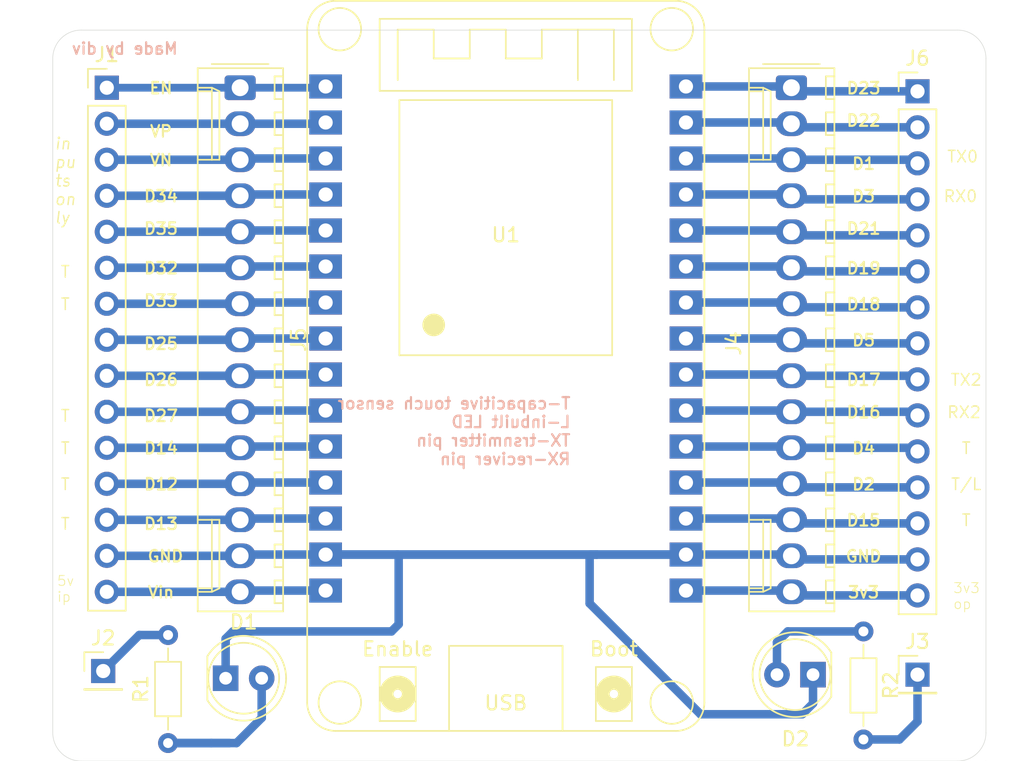
<source format=kicad_pcb>
(kicad_pcb (version 20240108) (generator "pcbnew") (generator_version "8.0")
  (layers (0 "F.Cu" signal "Front") (31 "B.Cu" signal "Back") (34 "B.Paste" user) (35 "F.Paste" user) (36 "B.SilkS" user "B.Silkscreen") (37 "F.SilkS" user "F.Silkscreen") (38 "B.Mask" user) (39 "F.Mask" user) (44 "Edge.Cuts" user))
  (net 0 "")
  (net 1 "Net-(J1-Pin_1)")
  (net 2 "Net-(J1-Pin_4)")
  (net 3 "Net-(J1-Pin_15)")
  (net 4 "Net-(J1-Pin_3)")
  (net 5 "Net-(J1-Pin_13)")
  (net 6 "Net-(J1-Pin_7)")
  (net 7 "Net-(J1-Pin_2)")
  (net 8 "Net-(J1-Pin_11)")
  (net 9 "Net-(J1-Pin_9)")
  (net 10 "Net-(J1-Pin_10)")
  (net 11 "GND")
  (net 12 "Net-(J1-Pin_12)")
  (net 13 "Net-(J1-Pin_6)")
  (net 14 "Net-(J1-Pin_5)")
  (net 15 "Net-(J1-Pin_8)")
  (net 16 "Net-(D1-A)")
  (net 17 "Net-(J4-Pin_9)")
  (net 18 "Net-(J4-Pin_3)")
  (net 19 "Net-(J4-Pin_6)")
  (net 20 "Net-(J4-Pin_11)")
  (net 21 "Net-(J4-Pin_13)")
  (net 22 "Net-(J4-Pin_4)")
  (net 23 "Net-(J4-Pin_15)")
  (net 24 "Net-(J4-Pin_5)")
  (net 25 "Net-(J4-Pin_2)")
  (net 26 "Net-(J4-Pin_10)")
  (net 27 "Net-(J4-Pin_7)")
  (net 28 "Net-(J4-Pin_8)")
  (net 29 "Net-(J4-Pin_12)")
  (net 30 "Net-(J4-Pin_1)")
  (net 31 "Net-(D2-A)")
  (net 32 "Net-(J2-Pin_1)")
  (net 33 "Net-(J3-Pin_1)")
  (footprint "Connector_PinHeader_2.54mm:PinHeader_1x01_P2.54mm_Vertical" (layer "F.Cu") (at 255.524 81.28)
    (property "Reference" "J3" (at 0 -2.33 0) (layer "F.SilkS"))
    (property "Value" "Conn_01x01_Pin")
    (pad "1" thru_hole rect (at 0 0) (size 1.7 1.7) (drill 1) (layers "*.Cu" "*.Mask") (net 33 "Net-(J3-Pin_1)"))
  )
  (footprint "Connector_PinHeader_2.54mm:PinHeader_1x01_P2.54mm_Vertical" (layer "F.Cu") (at 198.12 81.026)
    (property "Reference" "J2" (at 0 -2.33 0) (layer "F.SilkS"))
    (property "Value" "Conn_01x01_Pin")
    (pad "1" thru_hole rect (at 0 0) (size 1.7 1.7) (drill 1) (layers "*.Cu" "*.Mask") (net 32 "Net-(J2-Pin_1)"))
  )
  (footprint "Connector_Molex:Molex_KK-254_AE-6410-15A_1x15_P2.54mm_Vertical" (layer "F.Cu") (at 246.634 39.878 -90)
    (property "Reference" "J4" (at 18.034 4.064 90) (layer "F.SilkS"))
    (property "Value" "Conn_01x15_Pin")
    (pad "1" thru_hole roundrect (at 0 0 270) (size 1.74 2.19) (drill 1.19) (layers "*.Cu" "*.Mask") (roundrect_rratio 0.143678) (net 30 "Net-(J4-Pin_1)"))
    (pad "2" thru_hole oval (at 2.54 0 270) (size 1.74 2.19) (drill 1.19) (layers "*.Cu" "*.Mask") (net 25 "Net-(J4-Pin_2)"))
    (pad "3" thru_hole oval (at 5.08 0 270) (size 1.74 2.19) (drill 1.19) (layers "*.Cu" "*.Mask") (net 18 "Net-(J4-Pin_3)"))
    (pad "4" thru_hole oval (at 7.62 0 270) (size 1.74 2.19) (drill 1.19) (layers "*.Cu" "*.Mask") (net 22 "Net-(J4-Pin_4)"))
    (pad "5" thru_hole oval (at 10.16 0 270) (size 1.74 2.19) (drill 1.19) (layers "*.Cu" "*.Mask") (net 24 "Net-(J4-Pin_5)"))
    (pad "6" thru_hole oval (at 12.7 0 270) (size 1.74 2.19) (drill 1.19) (layers "*.Cu" "*.Mask") (net 19 "Net-(J4-Pin_6)"))
    (pad "7" thru_hole oval (at 15.24 0 270) (size 1.74 2.19) (drill 1.19) (layers "*.Cu" "*.Mask") (net 27 "Net-(J4-Pin_7)"))
    (pad "8" thru_hole oval (at 17.78 0 270) (size 1.74 2.19) (drill 1.19) (layers "*.Cu" "*.Mask") (net 28 "Net-(J4-Pin_8)"))
    (pad "9" thru_hole oval (at 20.32 0 270) (size 1.74 2.19) (drill 1.19) (layers "*.Cu" "*.Mask") (net 17 "Net-(J4-Pin_9)"))
    (pad "10" thru_hole oval (at 22.86 0 270) (size 1.74 2.19) (drill 1.19) (layers "*.Cu" "*.Mask") (net 26 "Net-(J4-Pin_10)"))
    (pad "11" thru_hole oval (at 25.4 0 270) (size 1.74 2.19) (drill 1.19) (layers "*.Cu" "*.Mask") (net 20 "Net-(J4-Pin_11)"))
    (pad "12" thru_hole oval (at 27.94 0 270) (size 1.74 2.19) (drill 1.19) (layers "*.Cu" "*.Mask") (net 29 "Net-(J4-Pin_12)"))
    (pad "13" thru_hole oval (at 30.48 0 270) (size 1.74 2.19) (drill 1.19) (layers "*.Cu" "*.Mask") (net 21 "Net-(J4-Pin_13)"))
    (pad "14" thru_hole oval (at 33.02 0 270) (size 1.74 2.19) (drill 1.19) (layers "*.Cu" "*.Mask") (net 11 "GND"))
    (pad "15" thru_hole oval (at 35.56 0 270) (size 1.74 2.19) (drill 1.19) (layers "*.Cu" "*.Mask") (net 23 "Net-(J4-Pin_15)"))
  )
  (footprint "esp32_devkit_v1_doit:esp32_devkit_v1_doit" (layer "F.Cu") (at 226.5 39.79)
    (property "Reference" "U1" (at 0 10.47 0) (layer "F.SilkS"))
    (property "Value" "ESP32_DevKit_V1_DOIT")
    (fp_text user "Enable" (at -7.62 39.68 0) (layer "F.SilkS"))
    (fp_text user "Boot" (at 7.62 39.68 0) (layer "F.SilkS"))
    (fp_text user "USB" (at 0 43.49 0) (layer "F.SilkS"))
    (pad "1" thru_hole rect (at -12.7 0) (size 2.3 1.7) (drill 1) (layers "*.Cu" "*.Mask") (net 1 "Net-(J1-Pin_1)"))
    (pad "2" thru_hole rect (at -12.7 2.54) (size 2.3 1.7) (drill 1) (layers "*.Cu" "*.Mask") (net 7 "Net-(J1-Pin_2)"))
    (pad "3" thru_hole rect (at -12.7 5.08) (size 2.3 1.7) (drill 1) (layers "*.Cu" "*.Mask") (net 4 "Net-(J1-Pin_3)"))
    (pad "4" thru_hole rect (at -12.7 7.62) (size 2.3 1.7) (drill 1) (layers "*.Cu" "*.Mask") (net 2 "Net-(J1-Pin_4)"))
    (pad "5" thru_hole rect (at -12.7 10.16) (size 2.3 1.7) (drill 1) (layers "*.Cu" "*.Mask") (net 14 "Net-(J1-Pin_5)"))
    (pad "6" thru_hole rect (at -12.7 12.7) (size 2.3 1.7) (drill 1) (layers "*.Cu" "*.Mask") (net 13 "Net-(J1-Pin_6)"))
    (pad "7" thru_hole rect (at -12.7 15.24) (size 2.3 1.7) (drill 1) (layers "*.Cu" "*.Mask") (net 6 "Net-(J1-Pin_7)"))
    (pad "8" thru_hole rect (at -12.7 17.78) (size 2.3 1.7) (drill 1) (layers "*.Cu" "*.Mask") (net 15 "Net-(J1-Pin_8)"))
    (pad "9" thru_hole rect (at -12.7 20.32) (size 2.3 1.7) (drill 1) (layers "*.Cu" "*.Mask") (net 9 "Net-(J1-Pin_9)"))
    (pad "10" thru_hole rect (at -12.7 22.86) (size 2.3 1.7) (drill 1) (layers "*.Cu" "*.Mask") (net 10 "Net-(J1-Pin_10)"))
    (pad "11" thru_hole rect (at -12.7 25.4) (size 2.3 1.7) (drill 1) (layers "*.Cu" "*.Mask") (net 8 "Net-(J1-Pin_11)"))
    (pad "12" thru_hole rect (at -12.7 27.94) (size 2.3 1.7) (drill 1) (layers "*.Cu" "*.Mask") (net 12 "Net-(J1-Pin_12)"))
    (pad "13" thru_hole rect (at -12.7 30.48) (size 2.3 1.7) (drill 1) (layers "*.Cu" "*.Mask") (net 5 "Net-(J1-Pin_13)"))
    (pad "14" thru_hole rect (at -12.7 33.02) (size 2.3 1.7) (drill 1) (layers "*.Cu" "*.Mask") (net 11 "GND"))
    (pad "15" thru_hole rect (at -12.7 35.56) (size 2.3 1.7) (drill 1) (layers "*.Cu" "*.Mask") (net 3 "Net-(J1-Pin_15)"))
    (pad "16" thru_hole rect (at 12.7 35.56) (size 2.3 1.7) (drill 1) (layers "*.Cu" "*.Mask") (net 23 "Net-(J4-Pin_15)"))
    (pad "17" thru_hole rect (at 12.7 33.02) (size 2.3 1.7) (drill 1) (layers "*.Cu" "*.Mask") (net 11 "GND"))
    (pad "18" thru_hole rect (at 12.7 30.48) (size 2.3 1.7) (drill 1) (layers "*.Cu" "*.Mask") (net 21 "Net-(J4-Pin_13)"))
    (pad "19" thru_hole rect (at 12.7 27.94) (size 2.3 1.7) (drill 1) (layers "*.Cu" "*.Mask") (net 29 "Net-(J4-Pin_12)"))
    (pad "20" thru_hole rect (at 12.7 25.4) (size 2.3 1.7) (drill 1) (layers "*.Cu" "*.Mask") (net 20 "Net-(J4-Pin_11)"))
    (pad "21" thru_hole rect (at 12.7 22.86) (size 2.3 1.7) (drill 1) (layers "*.Cu" "*.Mask") (net 26 "Net-(J4-Pin_10)"))
    (pad "22" thru_hole rect (at 12.7 20.32) (size 2.3 1.7) (drill 1) (layers "*.Cu" "*.Mask") (net 17 "Net-(J4-Pin_9)"))
    (pad "23" thru_hole rect (at 12.7 17.78) (size 2.3 1.7) (drill 1) (layers "*.Cu" "*.Mask") (net 28 "Net-(J4-Pin_8)"))
    (pad "24" thru_hole rect (at 12.7 15.24) (size 2.3 1.7) (drill 1) (layers "*.Cu" "*.Mask") (net 27 "Net-(J4-Pin_7)"))
    (pad "25" thru_hole rect (at 12.7 12.7) (size 2.3 1.7) (drill 1) (layers "*.Cu" "*.Mask") (net 19 "Net-(J4-Pin_6)"))
    (pad "26" thru_hole rect (at 12.7 10.16) (size 2.3 1.7) (drill 1) (layers "*.Cu" "*.Mask") (net 24 "Net-(J4-Pin_5)"))
    (pad "27" thru_hole rect (at 12.7 7.62) (size 2.3 1.7) (drill 1) (layers "*.Cu" "*.Mask") (net 22 "Net-(J4-Pin_4)"))
    (pad "28" thru_hole rect (at 12.7 5.08) (size 2.3 1.7) (drill 1) (layers "*.Cu" "*.Mask") (net 18 "Net-(J4-Pin_3)"))
    (pad "29" thru_hole rect (at 12.7 2.54) (size 2.3 1.7) (drill 1) (layers "*.Cu" "*.Mask") (net 25 "Net-(J4-Pin_2)"))
    (pad "30" thru_hole rect (at 12.7 0) (size 2.3 1.7) (drill 1) (layers "*.Cu" "*.Mask") (net 30 "Net-(J4-Pin_1)"))
  )
  (footprint "Resistor_THT:R_Axial_DIN0204_L3.6mm_D1.6mm_P7.62mm_Horizontal" (layer "F.Cu") (at 202.692 86.106 90)
    (property "Reference" "R1" (at 3.81 -1.92 90) (layer "F.SilkS"))
    (property "Value" "R")
    (pad "1" thru_hole circle (at 0 0 90) (size 1.4 1.4) (drill 0.7) (layers "*.Cu" "*.Mask") (net 16 "Net-(D1-A)"))
    (pad "2" thru_hole oval (at 7.62 0 90) (size 1.4 1.4) (drill 0.7) (layers "*.Cu" "*.Mask") (net 32 "Net-(J2-Pin_1)"))
  )
  (footprint "Connector_PinHeader_2.54mm:PinHeader_1x15_P2.54mm_Vertical" (layer "F.Cu") (at 198.374 39.878)
    (property "Reference" "J1" (at 0 -2.33 0) (layer "F.SilkS"))
    (property "Value" "Conn_01x15_Socket")
    (pad "1" thru_hole rect (at 0 0) (size 1.7 1.7) (drill 1) (layers "*.Cu" "*.Mask") (net 1 "Net-(J1-Pin_1)"))
    (pad "2" thru_hole oval (at 0 2.54) (size 1.7 1.7) (drill 1) (layers "*.Cu" "*.Mask") (net 7 "Net-(J1-Pin_2)"))
    (pad "3" thru_hole oval (at 0 5.08) (size 1.7 1.7) (drill 1) (layers "*.Cu" "*.Mask") (net 4 "Net-(J1-Pin_3)"))
    (pad "4" thru_hole oval (at 0 7.62) (size 1.7 1.7) (drill 1) (layers "*.Cu" "*.Mask") (net 2 "Net-(J1-Pin_4)"))
    (pad "5" thru_hole oval (at 0 10.16) (size 1.7 1.7) (drill 1) (layers "*.Cu" "*.Mask") (net 14 "Net-(J1-Pin_5)"))
    (pad "6" thru_hole oval (at 0 12.7) (size 1.7 1.7) (drill 1) (layers "*.Cu" "*.Mask") (net 13 "Net-(J1-Pin_6)"))
    (pad "7" thru_hole oval (at 0 15.24) (size 1.7 1.7) (drill 1) (layers "*.Cu" "*.Mask") (net 6 "Net-(J1-Pin_7)"))
    (pad "8" thru_hole oval (at 0 17.78) (size 1.7 1.7) (drill 1) (layers "*.Cu" "*.Mask") (net 15 "Net-(J1-Pin_8)"))
    (pad "9" thru_hole oval (at 0 20.32) (size 1.7 1.7) (drill 1) (layers "*.Cu" "*.Mask") (net 9 "Net-(J1-Pin_9)"))
    (pad "10" thru_hole oval (at 0 22.86) (size 1.7 1.7) (drill 1) (layers "*.Cu" "*.Mask") (net 10 "Net-(J1-Pin_10)"))
    (pad "11" thru_hole oval (at 0 25.4) (size 1.7 1.7) (drill 1) (layers "*.Cu" "*.Mask") (net 8 "Net-(J1-Pin_11)"))
    (pad "12" thru_hole oval (at 0 27.94) (size 1.7 1.7) (drill 1) (layers "*.Cu" "*.Mask") (net 12 "Net-(J1-Pin_12)"))
    (pad "13" thru_hole oval (at 0 30.48) (size 1.7 1.7) (drill 1) (layers "*.Cu" "*.Mask") (net 5 "Net-(J1-Pin_13)"))
    (pad "14" thru_hole oval (at 0 33.02) (size 1.7 1.7) (drill 1) (layers "*.Cu" "*.Mask") (net 11 "GND"))
    (pad "15" thru_hole oval (at 0 35.56) (size 1.7 1.7) (drill 1) (layers "*.Cu" "*.Mask") (net 3 "Net-(J1-Pin_15)"))
  )
  (footprint "Resistor_THT:R_Axial_DIN0204_L3.6mm_D1.6mm_P7.62mm_Horizontal" (layer "F.Cu") (at 251.714 78.232 -90)
    (property "Reference" "R2" (at 3.81 -1.92 90) (layer "F.SilkS"))
    (property "Value" "R")
    (pad "1" thru_hole circle (at 0 0 270) (size 1.4 1.4) (drill 0.7) (layers "*.Cu" "*.Mask") (net 31 "Net-(D2-A)"))
    (pad "2" thru_hole oval (at 7.62 0 270) (size 1.4 1.4) (drill 0.7) (layers "*.Cu" "*.Mask") (net 33 "Net-(J3-Pin_1)"))
  )
  (footprint "LED_THT:LED_D5.0mm_Clear" (layer "F.Cu") (at 206.751 81.534)
    (property "Reference" "D1" (at 1.27 -3.96 0) (layer "F.SilkS"))
    (property "Value" "LED")
    (pad "1" thru_hole rect (at 0 0) (size 1.8 1.8) (drill 0.9) (layers "*.Cu" "*.Mask") (net 11 "GND"))
    (pad "2" thru_hole circle (at 2.54 0) (size 1.8 1.8) (drill 0.9) (layers "*.Cu" "*.Mask") (net 16 "Net-(D1-A)"))
  )
  (footprint "Connector_Molex:Molex_KK-254_AE-6410-15A_1x15_P2.54mm_Vertical" (layer "F.Cu") (at 207.772 39.878 -90)
    (property "Reference" "J5" (at 17.78 -4.12 90) (layer "F.SilkS"))
    (property "Value" "Conn_01x15_Pin")
    (pad "1" thru_hole roundrect (at 0 0 270) (size 1.74 2.19) (drill 1.19) (layers "*.Cu" "*.Mask") (roundrect_rratio 0.143678) (net 1 "Net-(J1-Pin_1)"))
    (pad "2" thru_hole oval (at 2.54 0 270) (size 1.74 2.19) (drill 1.19) (layers "*.Cu" "*.Mask") (net 7 "Net-(J1-Pin_2)"))
    (pad "3" thru_hole oval (at 5.08 0 270) (size 1.74 2.19) (drill 1.19) (layers "*.Cu" "*.Mask") (net 4 "Net-(J1-Pin_3)"))
    (pad "4" thru_hole oval (at 7.62 0 270) (size 1.74 2.19) (drill 1.19) (layers "*.Cu" "*.Mask") (net 2 "Net-(J1-Pin_4)"))
    (pad "5" thru_hole oval (at 10.16 0 270) (size 1.74 2.19) (drill 1.19) (layers "*.Cu" "*.Mask") (net 14 "Net-(J1-Pin_5)"))
    (pad "6" thru_hole oval (at 12.7 0 270) (size 1.74 2.19) (drill 1.19) (layers "*.Cu" "*.Mask") (net 13 "Net-(J1-Pin_6)"))
    (pad "7" thru_hole oval (at 15.24 0 270) (size 1.74 2.19) (drill 1.19) (layers "*.Cu" "*.Mask") (net 6 "Net-(J1-Pin_7)"))
    (pad "8" thru_hole oval (at 17.78 0 270) (size 1.74 2.19) (drill 1.19) (layers "*.Cu" "*.Mask") (net 15 "Net-(J1-Pin_8)"))
    (pad "9" thru_hole oval (at 20.32 0 270) (size 1.74 2.19) (drill 1.19) (layers "*.Cu" "*.Mask") (net 9 "Net-(J1-Pin_9)"))
    (pad "10" thru_hole oval (at 22.86 0 270) (size 1.74 2.19) (drill 1.19) (layers "*.Cu" "*.Mask") (net 10 "Net-(J1-Pin_10)"))
    (pad "11" thru_hole oval (at 25.4 0 270) (size 1.74 2.19) (drill 1.19) (layers "*.Cu" "*.Mask") (net 8 "Net-(J1-Pin_11)"))
    (pad "12" thru_hole oval (at 27.94 0 270) (size 1.74 2.19) (drill 1.19) (layers "*.Cu" "*.Mask") (net 12 "Net-(J1-Pin_12)"))
    (pad "13" thru_hole oval (at 30.48 0 270) (size 1.74 2.19) (drill 1.19) (layers "*.Cu" "*.Mask") (net 5 "Net-(J1-Pin_13)"))
    (pad "14" thru_hole oval (at 33.02 0 270) (size 1.74 2.19) (drill 1.19) (layers "*.Cu" "*.Mask") (net 11 "GND"))
    (pad "15" thru_hole oval (at 35.56 0 270) (size 1.74 2.19) (drill 1.19) (layers "*.Cu" "*.Mask") (net 3 "Net-(J1-Pin_15)"))
  )
  (footprint "LED_THT:LED_D5.0mm_Clear" (layer "F.Cu") (at 248.158 81.28 180)
    (property "Reference" "D2" (at 1.239 -4.53 0) (layer "F.SilkS"))
    (property "Value" "LED")
    (pad "1" thru_hole rect (at 0 0 180) (size 1.8 1.8) (drill 0.9) (layers "*.Cu" "*.Mask") (net 11 "GND"))
    (pad "2" thru_hole circle (at 2.54 0 180) (size 1.8 1.8) (drill 0.9) (layers "*.Cu" "*.Mask") (net 31 "Net-(D2-A)"))
  )
  (footprint "Connector_PinHeader_2.54mm:PinHeader_1x15_P2.54mm_Vertical" (layer "F.Cu") (at 255.524 40.132)
    (property "Reference" "J6" (at 0 -2.33 0) (layer "F.SilkS"))
    (property "Value" "Conn_01x15_Socket")
    (pad "1" thru_hole rect (at 0 0) (size 1.7 1.7) (drill 1) (layers "*.Cu" "*.Mask") (net 30 "Net-(J4-Pin_1)"))
    (pad "2" thru_hole oval (at 0 2.54) (size 1.7 1.7) (drill 1) (layers "*.Cu" "*.Mask") (net 25 "Net-(J4-Pin_2)"))
    (pad "3" thru_hole oval (at 0 5.08) (size 1.7 1.7) (drill 1) (layers "*.Cu" "*.Mask") (net 18 "Net-(J4-Pin_3)"))
    (pad "4" thru_hole oval (at 0 7.62) (size 1.7 1.7) (drill 1) (layers "*.Cu" "*.Mask") (net 22 "Net-(J4-Pin_4)"))
    (pad "5" thru_hole oval (at 0 10.16) (size 1.7 1.7) (drill 1) (layers "*.Cu" "*.Mask") (net 24 "Net-(J4-Pin_5)"))
    (pad "6" thru_hole oval (at 0 12.7) (size 1.7 1.7) (drill 1) (layers "*.Cu" "*.Mask") (net 19 "Net-(J4-Pin_6)"))
    (pad "7" thru_hole oval (at 0 15.24) (size 1.7 1.7) (drill 1) (layers "*.Cu" "*.Mask") (net 27 "Net-(J4-Pin_7)"))
    (pad "8" thru_hole oval (at 0 17.78) (size 1.7 1.7) (drill 1) (layers "*.Cu" "*.Mask") (net 28 "Net-(J4-Pin_8)"))
    (pad "9" thru_hole oval (at 0 20.32) (size 1.7 1.7) (drill 1) (layers "*.Cu" "*.Mask") (net 17 "Net-(J4-Pin_9)"))
    (pad "10" thru_hole oval (at 0 22.86) (size 1.7 1.7) (drill 1) (layers "*.Cu" "*.Mask") (net 26 "Net-(J4-Pin_10)"))
    (pad "11" thru_hole oval (at 0 25.4) (size 1.7 1.7) (drill 1) (layers "*.Cu" "*.Mask") (net 20 "Net-(J4-Pin_11)"))
    (pad "12" thru_hole oval (at 0 27.94) (size 1.7 1.7) (drill 1) (layers "*.Cu" "*.Mask") (net 29 "Net-(J4-Pin_12)"))
    (pad "13" thru_hole oval (at 0 30.48) (size 1.7 1.7) (drill 1) (layers "*.Cu" "*.Mask") (net 21 "Net-(J4-Pin_13)"))
    (pad "14" thru_hole oval (at 0 33.02) (size 1.7 1.7) (drill 1) (layers "*.Cu" "*.Mask") (net 11 "GND"))
    (pad "15" thru_hole oval (at 0 35.56) (size 1.7 1.7) (drill 1) (layers "*.Cu" "*.Mask") (net 23 "Net-(J4-Pin_15)"))
  )
  (gr_arc (start 258.35 35.814) (mid 259.764214 36.399786) (end 260.35 37.814) (stroke (width 0.0381)) (layer "Edge.Cuts"))
  (gr_line (start 196.564 35.814) (end 258.35 35.814) (stroke (width 0.0381)) (layer "Edge.Cuts"))
  (gr_arc (start 194.564 37.814) (mid 195.149786 36.399786) (end 196.564 35.814) (stroke (width 0.0381)) (layer "Edge.Cuts"))
  (gr_line (start 196.564 87.376) (end 258.35 87.376) (stroke (width 0.0381)) (layer "Edge.Cuts"))
  (gr_line (start 260.35 87.376) (end 260.35 87.376) (stroke (width 0.0381)) (layer "Edge.Cuts"))
  (gr_line (start 260.35 37.814) (end 260.35 85.376) (stroke (width 0.0381)) (layer "Edge.Cuts"))
  (gr_arc (start 196.564 87.376) (mid 195.149786 86.790214) (end 194.564 85.376) (stroke (width 0.0381)) (layer "Edge.Cuts"))
  (gr_arc (start 260.35 85.376) (mid 259.764214 86.790214) (end 258.35 87.376) (stroke (width 0.0381)) (layer "Edge.Cuts"))
  (gr_line (start 194.564 85.376) (end 194.564 37.814) (stroke (width 0.0381)) (layer "Edge.Cuts"))
  (gr_text "Made by div" (at 203.454 37.592 0) (layer "B.SilkS") (effects (font (size 0.8128 0.8128) (thickness 0.1524) (bold yes)) (justify left bottom mirror)))
  (gr_text "T-capacitive touch sensor\nL-inbuilt LED\nTX-trsnmitter pin\nRX-reciver pin" (at 231.14 66.548 0) (layer "B.SilkS") (effects (font (size 0.8128 0.8128) (thickness 0.1524) (bold yes)) (justify left bottom mirror)))
  (gr_text "VN" (at 201.3204 45.466 0) (layer "F.SilkS") (effects (font (size 0.8128 0.8128) (thickness 0.1524) (bold yes)) (justify left bottom)))
  (gr_text "GND" (at 201.168 73.406 0) (layer "F.SilkS") (effects (font (size 0.8128 0.8128) (thickness 0.1524) (bold yes)) (justify left bottom)))
  (gr_text "D4\n" (at 250.831048 65.786 0) (layer "F.SilkS") (effects (font (size 0.8128 0.8128) (thickness 0.1524) (bold yes)) (justify left bottom)))
  (gr_text "EN" (at 201.301048 40.386 0) (layer "F.SilkS") (effects (font (size 0.8128 0.8128) (thickness 0.1524) (bold yes)) (justify left bottom)))
  (gr_text "Vin" (at 201.184933 75.946 0) (layer "F.SilkS") (effects (font (size 0.8128 0.8128) (thickness 0.1524) (bold yes)) (justify left bottom)))
  (gr_text "D26\n" (at 200.914 60.96 0) (layer "F.SilkS") (effects (font (size 0.8128 0.8128) (thickness 0.1524) (bold yes)) (justify left bottom)))
  (gr_text "D22" (at 250.444 42.672 0) (layer "F.SilkS") (effects (font (size 0.8128 0.8128) (thickness 0.1524) (bold yes)) (justify left bottom)))
  (gr_text "T" (at 195.072 53.34 0) (layer "F.SilkS") (effects (font (size 0.8128 0.8128) (thickness 0.1016)) (justify left bottom)))
  (gr_text "D12" (at 200.914 68.326 0) (layer "F.SilkS") (effects (font (size 0.8128 0.8128) (thickness 0.1524) (bold yes)) (justify left bottom)))
  (gr_text "D13" (at 200.914 71.12 0) (layer "F.SilkS") (effects (font (size 0.8128 0.8128) (thickness 0.1524) (bold yes)) (justify left bottom)))
  (gr_text "D18" (at 250.444 55.626 0) (layer "F.SilkS") (effects (font (size 0.8128 0.8128) (thickness 0.1524) (bold yes)) (justify left bottom)))
  (gr_text "D25" (at 200.914 58.42 0) (layer "F.SilkS") (effects (font (size 0.8128 0.8128) (thickness 0.1524) (bold yes)) (justify left bottom)))
  (gr_text "D3" (at 250.831048 48.006 0) (layer "F.SilkS") (effects (font (size 0.8128 0.8128) (thickness 0.1524) (bold yes)) (justify left bottom)))
  (gr_text "D17" (at 250.444 60.96 0) (layer "F.SilkS") (effects (font (size 0.8128 0.8128) (thickness 0.1524) (bold yes)) (justify left bottom)))
  (gr_text "in\npu\nts\non\nly" (at 194.646248 49.53 0) (layer "F.SilkS") (effects (font (size 0.8128 0.8128) (thickness 0.1016) (italic yes)) (justify left bottom)))
  (gr_text "T" (at 195.072 65.786 0) (layer "F.SilkS") (effects (font (size 0.8128 0.8128) (thickness 0.1016)) (justify left bottom)))
  (gr_text "T" (at 195.072 55.626 0) (layer "F.SilkS") (effects (font (size 0.8128 0.8128) (thickness 0.1016)) (justify left bottom)))
  (gr_text "D19" (at 250.444 53.086 0) (layer "F.SilkS") (effects (font (size 0.8128 0.8128) (thickness 0.1524) (bold yes)) (justify left bottom)))
  (gr_text "5v\nip" (at 194.829008 76.2 0) (layer "F.SilkS") (effects (font (size 0.7 0.7) (thickness 0.0625)) (justify left bottom)))
  (gr_text "TX0\n" (at 257.556 45.212 0) (layer "F.SilkS") (effects (font (size 0.8128 0.8128) (thickness 0.1016)) (justify left bottom)))
  (gr_text "D1" (at 250.831048 45.72 0) (layer "F.SilkS") (effects (font (size 0.8128 0.8128) (thickness 0.1524) (bold yes)) (justify left bottom)))
  (gr_text "D23" (at 250.444 40.386 0) (layer "F.SilkS") (effects (font (size 0.8128 0.8128) (thickness 0.1524) (bold yes)) (justify left bottom)))
  (gr_text "D34" (at 200.914 48.006 0) (layer "F.SilkS") (effects (font (size 0.8128 0.8128) (thickness 0.1524) (bold yes)) (justify left bottom)))
  (gr_text "GND" (at 250.385943 73.406 0) (layer "F.SilkS") (effects (font (size 0.8128 0.8128) (thickness 0.1524) (bold yes)) (justify left bottom)))
  (gr_text "D2\n" (at 250.831048 68.326 0) (layer "F.SilkS") (effects (font (size 0.8128 0.8128) (thickness 0.1524) (bold yes)) (justify left bottom)))
  (gr_text "D32" (at 200.914 53.086 0) (layer "F.SilkS") (effects (font (size 0.8128 0.8128) (thickness 0.1524) (bold yes)) (justify left bottom)))
  (gr_text "VP" (at 201.339752 43.434 0) (layer "F.SilkS") (effects (font (size 0.8128 0.8128) (thickness 0.1524) (bold yes)) (justify left bottom)))
  (gr_text "T" (at 195.072 68.326 0) (layer "F.SilkS") (effects (font (size 0.8128 0.8128) (thickness 0.1016)) (justify left bottom)))
  (gr_text "3v3\nop" (at 258.00777 76.708 0) (layer "F.SilkS") (effects (font (size 0.7 0.7) (thickness 0.0625)) (justify left bottom)))
  (gr_text "D27" (at 200.914 63.5 0) (layer "F.SilkS") (effects (font (size 0.8128 0.8128) (thickness 0.1524) (bold yes)) (justify left bottom)))
  (gr_text "T" (at 258.584095 65.786 0) (layer "F.SilkS") (effects (font (size 0.8128 0.8128) (thickness 0.1016)) (justify left bottom)))
  (gr_text "D16" (at 250.444 63.246 0) (layer "F.SilkS") (effects (font (size 0.8128 0.8128) (thickness 0.1524) (bold yes)) (justify left bottom)))
  (gr_text "D14" (at 200.914 65.786 0) (layer "F.SilkS") (effects (font (size 0.8128 0.8128) (thickness 0.1524) (bold yes)) (justify left bottom)))
  (gr_text "T" (at 195.072 71.12 0) (layer "F.SilkS") (effects (font (size 0.8128 0.8128) (thickness 0.1016)) (justify left bottom)))
  (gr_text "T/L" (at 257.829352 68.326 0) (layer "F.SilkS") (effects (font (size 0.8128 0.8128) (thickness 0.1016)) (justify left bottom)))
  (gr_text "D15\n" (at 250.444 70.866 0) (layer "F.SilkS") (effects (font (size 0.8128 0.8128) (thickness 0.1524) (bold yes)) (justify left bottom)))
  (gr_text "D33" (at 200.914 55.372 0) (layer "F.SilkS") (effects (font (size 0.8128 0.8128) (thickness 0.1524) (bold yes)) (justify left bottom)))
  (gr_text "D5\n" (at 250.831048 58.166 0) (layer "F.SilkS") (effects (font (size 0.8128 0.8128) (thickness 0.1524) (bold yes)) (justify left bottom)))
  (gr_text "D21" (at 250.444 50.292 0) (layer "F.SilkS") (effects (font (size 0.8128 0.8128) (thickness 0.1524) (bold yes)) (justify left bottom)))
  (gr_text "RX0\n" (at 257.302 48.006 0) (layer "F.SilkS") (effects (font (size 0.8128 0.8128) (thickness 0.1016)) (justify left bottom)))
  (gr_text "D35" (at 200.914 50.292 0) (layer "F.SilkS") (effects (font (size 0.8128 0.8128) (thickness 0.1524) (bold yes)) (justify left bottom)))
  (gr_text "RX2" (at 257.556 63.246 0) (layer "F.SilkS") (effects (font (size 0.8128 0.8128) (thickness 0.1016)) (justify left bottom)))
  (gr_text "T" (at 258.584095 70.866 0) (layer "F.SilkS") (effects (font (size 0.8128 0.8128) (thickness 0.1016)) (justify left bottom)))
  (gr_text "3v3\n" (at 250.540762 75.946 0) (layer "F.SilkS") (effects (font (size 0.8128 0.8128) (thickness 0.1524) (bold yes)) (justify left bottom)))
  (gr_text "T" (at 195.072 63.5 0) (layer "F.SilkS") (effects (font (size 0.8128 0.8128) (thickness 0.1016)) (justify left bottom)))
  (gr_text "TX2\n" (at 257.81 60.96 0) (layer "F.SilkS") (effects (font (size 0.8128 0.8128) (thickness 0.1016)) (justify left bottom)))
  (segment (start 207.772 39.878) (end 213.712 39.878) (width 0.55) (layer "B.Cu") (net 1))
  (segment (start 198.374 39.878) (end 207.772 39.878) (width 0.55) (layer "B.Cu") (net 1))
  (segment (start 213.712 39.878) (end 213.8 39.79) (width 0.55) (layer "B.Cu") (net 1))
  (segment (start 207.86 47.41) (end 207.772 47.498) (width 0.6) (layer "B.Cu") (net 2))
  (segment (start 213.8 47.41) (end 207.86 47.41) (width 0.6) (layer "B.Cu") (net 2))
  (segment (start 198.374 47.498) (end 207.772 47.498) (width 0.6) (layer "B.Cu") (net 2))
  (segment (start 213.8 75.35) (end 207.86 75.35) (width 0.6) (layer "B.Cu") (net 3))
  (segment (start 198.374 75.438) (end 207.772 75.438) (width 0.6) (layer "B.Cu") (net 3))
  (segment (start 207.86 75.35) (end 207.772 75.438) (width 0.6) (layer "B.Cu") (net 3))
  (segment (start 198.374 44.958) (end 207.772 44.958) (width 0.6) (layer "B.Cu") (net 4))
  (segment (start 207.86 44.87) (end 207.772 44.958) (width 0.6) (layer "B.Cu") (net 4))
  (segment (start 213.8 44.87) (end 207.86 44.87) (width 0.6) (layer "B.Cu") (net 4))
  (segment (start 198.374 70.358) (end 207.772 70.358) (width 0.6) (layer "B.Cu") (net 5))
  (segment (start 213.8 70.27) (end 207.86 70.27) (width 0.6) (layer "B.Cu") (net 5))
  (segment (start 207.86 70.27) (end 207.772 70.358) (width 0.6) (layer "B.Cu") (net 5))
  (segment (start 213.8 55.03) (end 207.86 55.03) (width 0.6) (layer "B.Cu") (net 6))
  (segment (start 207.86 55.03) (end 207.772 55.118) (width 0.6) (layer "B.Cu") (net 6))
  (segment (start 198.374 55.118) (end 207.772 55.118) (width 0.6) (layer "B.Cu") (net 6))
  (segment (start 213.712 42.418) (end 213.8 42.33) (width 0.6) (layer "B.Cu") (net 7))
  (segment (start 198.374 42.418) (end 207.772 42.418) (width 0.6) (layer "B.Cu") (net 7))
  (segment (start 207.772 42.418) (end 213.712 42.418) (width 0.6) (layer "B.Cu") (net 7))
  (segment (start 207.86 65.19) (end 207.772 65.278) (width 0.6) (layer "B.Cu") (net 8))
  (segment (start 198.374 65.278) (end 207.772 65.278) (width 0.6) (layer "B.Cu") (net 8))
  (segment (start 213.8 65.19) (end 207.86 65.19) (width 0.6) (layer "B.Cu") (net 8))
  (segment (start 198.374 60.198) (end 207.772 60.198) (width 0.6) (layer "B.Cu") (net 9))
  (segment (start 213.8 60.11) (end 207.86 60.11) (width 0.6) (layer "B.Cu") (net 9))
  (segment (start 207.86 60.11) (end 207.772 60.198) (width 0.6) (layer "B.Cu") (net 9))
  (segment (start 207.86 62.65) (end 207.772 62.738) (width 0.6) (layer "B.Cu") (net 10))
  (segment (start 198.374 62.738) (end 207.772 62.738) (width 0.6) (layer "B.Cu") (net 10))
  (segment (start 213.8 62.65) (end 207.86 62.65) (width 0.6) (layer "B.Cu") (net 10))
  (segment (start 239.2 72.81) (end 246.546 72.81) (width 0.6) (layer "B.Cu") (net 11))
  (segment (start 213.8 72.81) (end 207.86 72.81) (width 0.6) (layer "B.Cu") (net 11))
  (segment (start 218.86 72.81) (end 213.8 72.81) (width 0.6) (layer "B.Cu") (net 11))
  (segment (start 239.2 72.81) (end 232.918 72.81) (width 0.6) (layer "B.Cu") (net 11))
  (segment (start 207.264 78.232) (end 218.44 78.232) (width 0.6) (layer "B.Cu") (net 11))
  (segment (start 206.751 81.534) (end 206.751 78.745) (width 0.6) (layer "B.Cu") (net 11))
  (segment (start 248.158 83.312) (end 247.396 84.074) (width 0.6) (layer "B.Cu") (net 11))
  (segment (start 232.498 72.81) (end 232.41 72.898) (width 0.6) (layer "B.Cu") (net 11))
  (segment (start 240.227 84.074) (end 232.41 76.257) (width 0.6) (layer "B.Cu") (net 11))
  (segment (start 247.396 84.074) (end 240.227 84.074) (width 0.6) (layer "B.Cu") (net 11))
  (segment (start 218.44 78.232) (end 218.948 77.724) (width 0.6) (layer "B.Cu") (net 11))
  (segment (start 255.524 73.152) (end 246.888 73.152) (width 0.6) (layer "B.Cu") (net 11))
  (segment (start 207.86 72.81) (end 207.772 72.898) (width 0.6) (layer "B.Cu") (net 11))
  (segment (start 206.751 78.745) (end 207.264 78.232) (width 0.6) (layer "B.Cu") (net 11))
  (segment (start 232.918 72.81) (end 232.498 72.81) (width 0.6) (layer "B.Cu") (net 11))
  (segment (start 218.948 72.898) (end 218.86 72.81) (width 0.6) (layer "B.Cu") (net 11))
  (segment (start 218.948 77.724) (end 218.948 72.898) (width 0.6) (layer "B.Cu") (net 11))
  (segment (start 248.158 81.28) (end 248.158 83.312) (width 0.6) (layer "B.Cu") (net 11))
  (segment (start 232.41 72.898) (end 232.41 76.257) (width 0.6) (layer "B.Cu") (net 11))
  (segment (start 246.546 72.81) (end 246.634 72.898) (width 0.6) (layer "B.Cu") (net 11))
  (segment (start 246.888 73.152) (end 246.634 72.898) (width 0.6) (layer "B.Cu") (net 11))
  (segment (start 218.86 72.81) (end 232.918 72.81) (width 0.6) (layer "B.Cu") (net 11))
  (segment (start 198.374 72.898) (end 207.772 72.898) (width 0.6) (layer "B.Cu") (net 11))
  (segment (start 213.8 72.81) (end 239.2 72.81) (width 0.6) (layer "B.Cu") (net 11))
  (segment (start 213.8 67.73) (end 207.86 67.73) (width 0.6) (layer "B.Cu") (net 12))
  (segment (start 207.86 67.73) (end 207.772 67.818) (width 0.6) (layer "B.Cu") (net 12))
  (segment (start 198.374 67.818) (end 207.772 67.818) (width 0.6) (layer "B.Cu") (net 12))
  (segment (start 198.374 52.578) (end 207.772 52.578) (width 0.6) (layer "B.Cu") (net 13))
  (segment (start 207.86 52.49) (end 207.772 52.578) (width 0.6) (layer "B.Cu") (net 13))
  (segment (start 213.8 52.49) (end 207.86 52.49) (width 0.6) (layer "B.Cu") (net 13))
  (segment (start 207.86 49.95) (end 207.772 50.038) (width 0.6) (layer "B.Cu") (net 14))
  (segment (start 198.374 50.038) (end 207.772 50.038) (width 0.6) (layer "B.Cu") (net 14))
  (segment (start 213.8 49.95) (end 207.86 49.95) (width 0.6) (layer "B.Cu") (net 14))
  (segment (start 198.374 57.658) (end 207.772 57.658) (width 0.6) (layer "B.Cu") (net 15))
  (segment (start 213.8 57.57) (end 207.86 57.57) (width 0.6) (layer "B.Cu") (net 15))
  (segment (start 207.86 57.57) (end 207.772 57.658) (width 0.6) (layer "B.Cu") (net 15))
  (segment (start 202.692 86.106) (end 205.74 86.106) (width 0.6) (layer "B.Cu") (net 16))
  (segment (start 202.692 86.106) (end 207.518 86.106) (width 0.6) (layer "B.Cu") (net 16))
  (segment (start 205.74 86.106) (end 207.01 86.106) (width 0.6) (layer "B.Cu") (net 16))
  (segment (start 207.518 86.106) (end 209.296 84.328) (width 0.6) (layer "B.Cu") (net 16))
  (segment (start 209.296 84.328) (end 209.296 83.82) (width 0.6) (layer "B.Cu") (net 16))
  (segment (start 209.291 83.815) (end 209.291 81.534) (width 0.6) (layer "B.Cu") (net 16))
  (segment (start 209.296 83.82) (end 209.291 83.815) (width 0.6) (layer "B.Cu") (net 16))
  (segment (start 239.2 60.11) (end 246.546 60.11) (width 0.6) (layer "B.Cu") (net 17))
  (segment (start 246.546 60.11) (end 246.634 60.198) (width 0.6) (layer "B.Cu") (net 17))
  (segment (start 246.634 60.198) (end 255.27 60.198) (width 0.6) (layer "B.Cu") (net 17))
  (segment (start 255.27 60.198) (end 255.524 60.452) (width 0.6) (layer "B.Cu") (net 17))
  (segment (start 239.2 44.87) (end 246.546 44.87) (width 0.6) (layer "B.Cu") (net 18))
  (segment (start 246.546 44.87) (end 246.634 44.958) (width 0.6) (layer "B.Cu") (net 18))
  (segment (start 255.524 45.212) (end 255.27 45.212) (width 0.6) (layer "B.Cu") (net 18))
  (segment (start 255.27 45.212) (end 255.016 44.958) (width 0.6) (layer "B.Cu") (net 18))
  (segment (start 255.016 44.958) (end 246.634 44.958) (width 0.6) (layer "B.Cu") (net 18))
  (segment (start 246.888 52.832) (end 246.634 52.578) (width 0.6) (layer "B.Cu") (net 19))
  (segment (start 246.546 52.49) (end 246.634 52.578) (width 0.6) (layer "B.Cu") (net 19))
  (segment (start 239.2 52.49) (end 246.546 52.49) (width 0.6) (layer "B.Cu") (net 19))
  (segment (start 255.524 52.832) (end 246.888 52.832) (width 0.6) (layer "B.Cu") (net 19))
  (segment (start 239.2 65.19) (end 246.546 65.19) (width 0.6) (layer "B.Cu") (net 20))
  (segment (start 255.27 65.278) (end 255.524 65.532) (width 0.6) (layer "B.Cu") (net 20))
  (segment (start 246.634 65.278) (end 255.27 65.278) (width 0.6) (layer "B.Cu") (net 20))
  (segment (start 246.546 65.19) (end 246.634 65.278) (width 0.6) (layer "B.Cu") (net 20))
  (segment (start 255.524 70.612) (end 246.888 70.612) (width 0.6) (layer "B.Cu") (net 21))
  (segment (start 246.888 70.612) (end 246.634 70.358) (width 0.6) (layer "B.Cu") (net 21))
  (segment (start 246.546 70.27) (end 246.634 70.358) (width 0.6) (layer "B.Cu") (net 21))
  (segment (start 239.2 70.27) (end 246.546 70.27) (width 0.6) (layer "B.Cu") (net 21))
  (segment (start 246.888 47.752) (end 246.634 47.498) (width 0.6) (layer "B.Cu") (net 22))
  (segment (start 246.546 47.41) (end 246.634 47.498) (width 0.6) (layer "B.Cu") (net 22))
  (segment (start 239.2 47.41) (end 246.546 47.41) (width 0.6) (layer "B.Cu") (net 22))
  (segment (start 255.524 47.752) (end 246.888 47.752) (width 0.6) (layer "B.Cu") (net 22))
  (segment (start 239.2 75.35) (end 246.546 75.35) (width 0.6) (layer "B.Cu") (net 23))
  (segment (start 255.524 75.692) (end 246.888 75.692) (width 0.6) (layer "B.Cu") (net 23))
  (segment (start 246.546 75.35) (end 246.634 75.438) (width 0.6) (layer "B.Cu") (net 23))
  (segment (start 246.888 75.692) (end 246.634 75.438) (width 0.6) (layer "B.Cu") (net 23))
  (segment (start 255.524 50.292) (end 246.888 50.292) (width 0.6) (layer "B.Cu") (net 24))
  (segment (start 246.888 50.292) (end 246.634 50.038) (width 0.6) (layer "B.Cu") (net 24))
  (segment (start 246.546 49.95) (end 246.634 50.038) (width 0.6) (layer "B.Cu") (net 24))
  (segment (start 239.2 49.95) (end 246.546 49.95) (width 0.6) (layer "B.Cu") (net 24))
  (segment (start 239.2 42.33) (end 246.546 42.33) (width 0.6) (layer "B.Cu") (net 25))
  (segment (start 246.546 42.33) (end 246.634 42.418) (width 0.6) (layer "B.Cu") (net 25))
  (segment (start 246.888 42.672) (end 246.634 42.418) (width 0.6) (layer "B.Cu") (net 25))
  (segment (start 255.524 42.672) (end 246.888 42.672) (width 0.6) (layer "B.Cu") (net 25))
  (segment (start 246.634 62.738) (end 255.27 62.738) (width 0.6) (layer "B.Cu") (net 26))
  (segment (start 239.2 62.65) (end 246.546 62.65) (width 0.6) (layer "B.Cu") (net 26))
  (segment (start 255.27 62.738) (end 255.524 62.992) (width 0.6) (layer "B.Cu") (net 26))
  (segment (start 246.546 62.65) (end 246.634 62.738) (width 0.6) (layer "B.Cu") (net 26))
  (segment (start 246.546 55.03) (end 246.634 55.118) (width 0.6) (layer "B.Cu") (net 27))
  (segment (start 246.888 55.372) (end 246.634 55.118) (width 0.6) (layer "B.Cu") (net 27))
  (segment (start 239.2 55.03) (end 246.546 55.03) (width 0.6) (layer "B.Cu") (net 27))
  (segment (start 255.524 55.372) (end 246.888 55.372) (width 0.6) (layer "B.Cu") (net 27))
  (segment (start 246.546 57.57) (end 246.634 57.658) (width 0.6) (layer "B.Cu") (net 28))
  (segment (start 246.888 57.912) (end 246.634 57.658) (width 0.6) (layer "B.Cu") (net 28))
  (segment (start 255.524 57.912) (end 246.888 57.912) (width 0.6) (layer "B.Cu") (net 28))
  (segment (start 239.2 57.57) (end 246.546 57.57) (width 0.6) (layer "B.Cu") (net 28))
  (segment (start 246.888 68.072) (end 246.634 67.818) (width 0.6) (layer "B.Cu") (net 29))
  (segment (start 246.546 67.73) (end 246.634 67.818) (width 0.6) (layer "B.Cu") (net 29))
  (segment (start 255.524 68.072) (end 246.888 68.072) (width 0.6) (layer "B.Cu") (net 29))
  (segment (start 239.2 67.73) (end 246.546 67.73) (width 0.6) (layer "B.Cu") (net 29))
  (segment (start 247.142 39.878) (end 247.396 40.132) (width 0.6) (layer "B.Cu") (net 30))
  (segment (start 247.396 40.132) (end 255.524 40.132) (width 0.6) (layer "B.Cu") (net 30))
  (segment (start 246.634 39.878) (end 247.142 39.878) (width 0.6) (layer "B.Cu") (net 30))
  (segment (start 246.546 39.79) (end 246.634 39.878) (width 0.6) (layer "B.Cu") (net 30))
  (segment (start 239.2 39.79) (end 246.546 39.79) (width 0.6) (layer "B.Cu") (net 30))
  (segment (start 245.618 81.28) (end 245.618 78.994) (width 0.6) (layer "B.Cu") (net 31))
  (segment (start 246.126 78.486) (end 246.38 78.232) (width 0.6) (layer "B.Cu") (net 31))
  (segment (start 245.618 78.994) (end 246.38 78.232) (width 0.6) (layer "B.Cu") (net 31))
  (segment (start 246.38 78.232) (end 251.714 78.232) (width 0.6) (layer "B.Cu") (net 31))
  (segment (start 202.692 78.486) (end 200.66 78.486) (width 0.6) (layer "B.Cu") (net 32))
  (segment (start 200.66 78.486) (end 198.12 81.026) (width 0.6) (layer "B.Cu") (net 32))
  (segment (start 255.524 84.582) (end 254.254 85.852) (width 0.6) (layer "B.Cu") (net 33))
  (segment (start 255.524 81.28) (end 255.524 84.582) (width 0.6) (layer "B.Cu") (net 33))
  (segment (start 254.254 85.852) (end 251.714 85.852) (width 0.6) (layer "B.Cu") (net 33))
)
</source>
